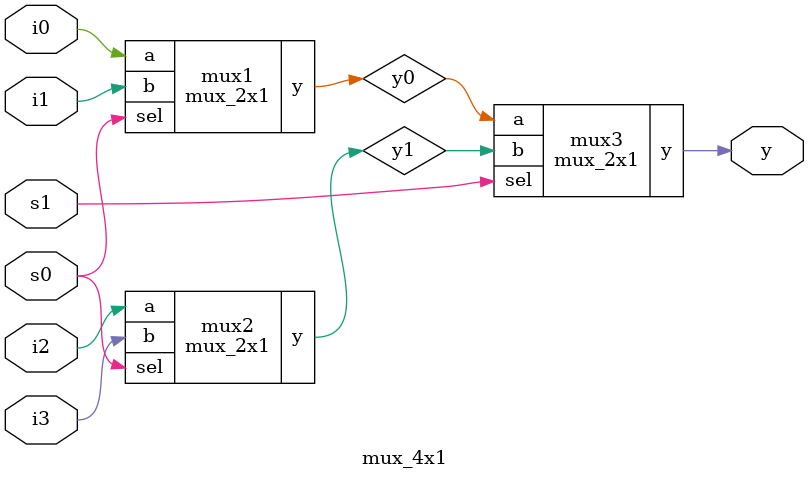
<source format=v>
module mux_2x1 (
    input  a, b, sel,
    output  y
);

assign y = (~sel & a) | (sel & b);

endmodule

module mux_4x1 (
    input i0, i1, i2, i3, s0, s1,
    output y
);

wire y0, y1;

// First level
mux_2x1 mux1 (.a(i0), .b(i1), .sel(s0), .y(y0));
mux_2x1 mux2 (.a(i2), .b(i3), .sel(s0), .y(y1));

// Second level
mux_2x1 mux3 (.a(y0), .b(y1), .sel(s1), .y(y));

endmodule


</source>
